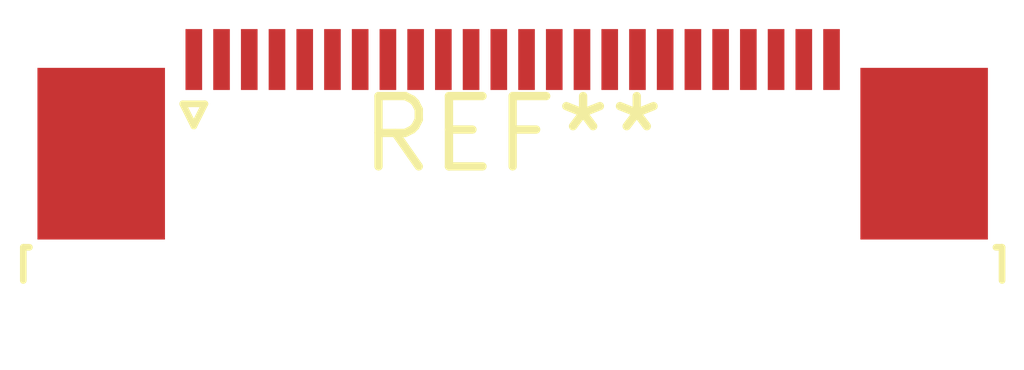
<source format=kicad_pcb>
(kicad_pcb (version 20240108) (generator pcbnew)
  (layers (0 "F.Cu" signal) (31 "B.Cu" signal) (34 "B.Paste" user) (35 "F.Paste" user) (36 "B.SilkS" user "B.Silkscreen") (37 "F.SilkS" user "F.Silkscreen") (38 "B.Mask" user) (39 "F.Mask" user) (44 "Edge.Cuts" user))
  (net 0 "")
  (footprint "TE_2-1734839-4_1x24-1MP_P0.5mm_Horizontal" (layer "F.Cu") (at 0 0)
    (property "Reference" "REF**")
    (property "Value" "PCB Edge")
    (fp_line (start -8.825 2.04) (end -8.825 2.64) (layer "F.SilkS") (stroke (width 0.12)))
    (fp_line (start -8.715 2.04) (end -8.825 2.04) (layer "F.SilkS") (stroke (width 0.12)))
    (fp_line (start -5.95 -0.55) (end -5.75 -0.15) (layer "F.SilkS") (stroke (width 0.12)))
    (fp_line (start -5.75 -0.15) (end -5.55 -0.55) (layer "F.SilkS") (stroke (width 0.12)))
    (fp_line (start -5.55 -0.55) (end -5.95 -0.55) (layer "F.SilkS") (stroke (width 0.12)))
    (fp_line (start 8.715 2.04) (end 8.825 2.04) (layer "F.SilkS") (stroke (width 0.12)))
    (fp_line (start 8.825 2.04) (end 8.825 2.64) (layer "F.SilkS") (stroke (width 0.12)))
    (pad "1" smd rect (at -5.75 -1.35) (size 0.3 1.1) (layers "F.Cu" "F.Paste" "F.Mask"))
    (pad "2" smd rect (at -5.25 -1.35) (size 0.3 1.1) (layers "F.Cu" "F.Paste" "F.Mask"))
    (pad "3" smd rect (at -4.75 -1.35) (size 0.3 1.1) (layers "F.Cu" "F.Paste" "F.Mask"))
    (pad "4" smd rect (at -4.25 -1.35) (size 0.3 1.1) (layers "F.Cu" "F.Paste" "F.Mask"))
    (pad "5" smd rect (at -3.75 -1.35) (size 0.3 1.1) (layers "F.Cu" "F.Paste" "F.Mask"))
    (pad "6" smd rect (at -3.25 -1.35) (size 0.3 1.1) (layers "F.Cu" "F.Paste" "F.Mask"))
    (pad "7" smd rect (at -2.75 -1.35) (size 0.3 1.1) (layers "F.Cu" "F.Paste" "F.Mask"))
    (pad "8" smd rect (at -2.25 -1.35) (size 0.3 1.1) (layers "F.Cu" "F.Paste" "F.Mask"))
    (pad "9" smd rect (at -1.75 -1.35) (size 0.3 1.1) (layers "F.Cu" "F.Paste" "F.Mask"))
    (pad "10" smd rect (at -1.25 -1.35) (size 0.3 1.1) (layers "F.Cu" "F.Paste" "F.Mask"))
    (pad "11" smd rect (at -0.75 -1.35) (size 0.3 1.1) (layers "F.Cu" "F.Paste" "F.Mask"))
    (pad "12" smd rect (at -0.25 -1.35) (size 0.3 1.1) (layers "F.Cu" "F.Paste" "F.Mask"))
    (pad "13" smd rect (at 0.25 -1.35) (size 0.3 1.1) (layers "F.Cu" "F.Paste" "F.Mask"))
    (pad "14" smd rect (at 0.75 -1.35) (size 0.3 1.1) (layers "F.Cu" "F.Paste" "F.Mask"))
    (pad "15" smd rect (at 1.25 -1.35) (size 0.3 1.1) (layers "F.Cu" "F.Paste" "F.Mask"))
    (pad "16" smd rect (at 1.75 -1.35) (size 0.3 1.1) (layers "F.Cu" "F.Paste" "F.Mask"))
    (pad "17" smd rect (at 2.25 -1.35) (size 0.3 1.1) (layers "F.Cu" "F.Paste" "F.Mask"))
    (pad "18" smd rect (at 2.75 -1.35) (size 0.3 1.1) (layers "F.Cu" "F.Paste" "F.Mask"))
    (pad "19" smd rect (at 3.25 -1.35) (size 0.3 1.1) (layers "F.Cu" "F.Paste" "F.Mask"))
    (pad "20" smd rect (at 3.75 -1.35) (size 0.3 1.1) (layers "F.Cu" "F.Paste" "F.Mask"))
    (pad "21" smd rect (at 4.25 -1.35) (size 0.3 1.1) (layers "F.Cu" "F.Paste" "F.Mask"))
    (pad "22" smd rect (at 4.75 -1.35) (size 0.3 1.1) (layers "F.Cu" "F.Paste" "F.Mask"))
    (pad "23" smd rect (at 5.25 -1.35) (size 0.3 1.1) (layers "F.Cu" "F.Paste" "F.Mask"))
    (pad "24" smd rect (at 5.75 -1.35) (size 0.3 1.1) (layers "F.Cu" "F.Paste" "F.Mask"))
    (pad "MP" smd rect (at -7.42 0.35) (size 2.3 3.1) (layers "F.Cu" "F.Paste" "F.Mask"))
    (pad "MP" smd rect (at 7.42 0.35) (size 2.3 3.1) (layers "F.Cu" "F.Paste" "F.Mask"))
  )
)
</source>
